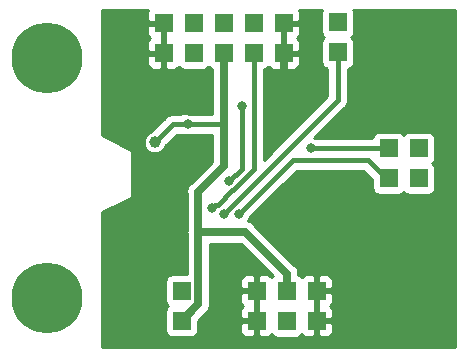
<source format=gbr>
%TF.GenerationSoftware,KiCad,Pcbnew,6.0.11+dfsg-1~bpo11+1*%
%TF.CreationDate,2023-05-26T10:03:09+00:00*%
%TF.ProjectId,LIGHTNING01,4c494748-544e-4494-9e47-30312e6b6963,01A*%
%TF.SameCoordinates,Original*%
%TF.FileFunction,Copper,L1,Top*%
%TF.FilePolarity,Positive*%
%FSLAX46Y46*%
G04 Gerber Fmt 4.6, Leading zero omitted, Abs format (unit mm)*
G04 Created by KiCad (PCBNEW 6.0.11+dfsg-1~bpo11+1) date 2023-05-26 10:03:09*
%MOMM*%
%LPD*%
G01*
G04 APERTURE LIST*
%TA.AperFunction,ComponentPad*%
%ADD10C,6.000000*%
%TD*%
%TA.AperFunction,ComponentPad*%
%ADD11R,1.524000X1.524000*%
%TD*%
%TA.AperFunction,ViaPad*%
%ADD12C,1.000000*%
%TD*%
%TA.AperFunction,ViaPad*%
%ADD13C,0.800000*%
%TD*%
%TA.AperFunction,Conductor*%
%ADD14C,0.700000*%
%TD*%
%TA.AperFunction,Conductor*%
%ADD15C,0.450000*%
%TD*%
%TA.AperFunction,Conductor*%
%ADD16C,0.254000*%
%TD*%
G04 APERTURE END LIST*
D10*
%TO.P,M3,1*%
%TO.N,GND*%
X35560000Y5080000D03*
%TD*%
%TO.P,M1,1*%
%TO.N,GND*%
X5080000Y25400000D03*
%TD*%
%TO.P,M2,1*%
%TO.N,GND*%
X5080000Y5080000D03*
%TD*%
%TO.P,M4,1*%
%TO.N,GND*%
X35560000Y25400000D03*
%TD*%
D11*
%TO.P,J1,1*%
%TO.N,/ADR0*%
X16510000Y5715000D03*
%TO.P,J1,2*%
%TO.N,VCC*%
X16510000Y3175000D03*
%TD*%
%TO.P,J3,1*%
%TO.N,/MISO*%
X29718000Y28448000D03*
%TO.P,J3,2*%
X29718000Y25908000D03*
%TD*%
%TO.P,J4,1*%
%TO.N,/SDA_MOSI*%
X22606000Y28391327D03*
%TO.P,J4,2*%
X22606000Y25851327D03*
%TD*%
%TO.P,J5,1*%
%TO.N,/SCL*%
X17526000Y28391327D03*
%TO.P,J5,2*%
X17526000Y25851327D03*
%TD*%
%TO.P,J6,1*%
%TO.N,/IRQ*%
X34036000Y15240000D03*
%TO.P,J6,2*%
X36576000Y15240000D03*
%TD*%
%TO.P,J10,1*%
%TO.N,GND*%
X27940000Y5715000D03*
%TO.P,J10,2*%
X27940000Y3175000D03*
%TO.P,J10,3*%
%TO.N,VCC*%
X25400000Y5715000D03*
%TO.P,J10,4*%
X25400000Y3175000D03*
%TO.P,J10,5*%
%TO.N,GND*%
X22860000Y5715000D03*
%TO.P,J10,6*%
X22860000Y3175000D03*
%TD*%
%TO.P,J8,1*%
%TO.N,GND*%
X25146000Y25851327D03*
%TO.P,J8,2*%
X25146000Y28391327D03*
%TD*%
%TO.P,J7,1*%
%TO.N,VCC*%
X20066000Y25851327D03*
%TO.P,J7,2*%
X20066000Y28391327D03*
%TD*%
%TO.P,J9,1*%
%TO.N,GND*%
X14986000Y25851327D03*
%TO.P,J9,2*%
X14986000Y28391327D03*
%TD*%
%TO.P,J2,1*%
%TO.N,/CS*%
X34036000Y17780000D03*
%TO.P,J2,2*%
X36576000Y17780000D03*
%TD*%
D12*
%TO.N,GND*%
X10414000Y1524000D03*
X18542000Y1524000D03*
X10414000Y4064000D03*
X24384000Y20574000D03*
D13*
X17272000Y16510000D03*
D12*
X11176000Y21844000D03*
X12700000Y17780000D03*
X33274000Y11430000D03*
X34544000Y20320000D03*
X36322000Y20320000D03*
X28194000Y13716000D03*
X10668000Y24638000D03*
X16962773Y21566673D03*
X18542000Y2794000D03*
X10668000Y28448000D03*
D13*
X16510000Y15748000D03*
D12*
X25908000Y23622000D03*
X30734000Y7366000D03*
X12827000Y14097000D03*
X11430000Y19812000D03*
X10668000Y26670000D03*
X12700000Y28448000D03*
X11938000Y23114000D03*
D13*
X15748000Y16510000D03*
D12*
X28194000Y8636000D03*
D13*
X15748000Y15049500D03*
D12*
%TO.N,VCC*%
X14224000Y18288000D03*
D13*
X17018000Y19812000D03*
%TO.N,/SCL*%
X21590000Y21336000D03*
X20493984Y14986000D03*
%TO.N,/CS*%
X27432000Y17780000D03*
%TO.N,/MISO*%
X20066000Y12192000D03*
%TO.N,/IRQ*%
X21336000Y12192000D03*
%TO.N,/SDA_MOSI*%
X19050000Y12700000D03*
%TD*%
D14*
%TO.N,GND*%
X11176000Y21844000D02*
X11176000Y20066000D01*
X15748000Y15049500D02*
X15748000Y9398000D01*
X12700000Y28448000D02*
X10668000Y28448000D01*
X15748000Y9398000D02*
X10414000Y4064000D01*
X10668000Y24638000D02*
X10668000Y24384000D01*
X25146000Y25851327D02*
X25146000Y21336000D01*
X35560000Y25400000D02*
X32560001Y22400001D01*
X32560001Y22400001D02*
X32560001Y22303999D01*
X10414000Y1524000D02*
X18542000Y1524000D01*
X10668000Y26670000D02*
X10668000Y24638000D01*
X35560000Y9322640D02*
X33452640Y11430000D01*
X33452640Y11430000D02*
X33274000Y11430000D01*
X35560000Y5080000D02*
X35560000Y9322640D01*
X11176000Y20066000D02*
X11430000Y19812000D01*
X25146000Y21336000D02*
X24384000Y20574000D01*
X29464000Y7366000D02*
X28194000Y8636000D01*
X32560001Y22303999D02*
X34544000Y20320000D01*
X10668000Y24384000D02*
X11938000Y23114000D01*
X16510000Y15748000D02*
X15748000Y16510000D01*
X16510000Y15748000D02*
X16510000Y16002000D01*
X30734000Y7366000D02*
X29464000Y7366000D01*
%TO.N,VCC*%
X25400000Y5715000D02*
X25400000Y7177000D01*
D15*
X17018000Y19812000D02*
X16764000Y19812000D01*
D14*
X17922001Y10668000D02*
X17922001Y4587001D01*
X20066000Y19812000D02*
X20066000Y25851327D01*
X17922001Y14112001D02*
X20066000Y16256000D01*
D15*
X16764000Y19812000D02*
X15748000Y19812000D01*
X15748000Y19812000D02*
X14224000Y18288000D01*
D14*
X21909000Y10668000D02*
X17922001Y10668000D01*
X20066000Y18542000D02*
X20066000Y19812000D01*
X17922001Y10668000D02*
X17922001Y14112001D01*
X25400000Y7177000D02*
X21909000Y10668000D01*
X20066000Y16256000D02*
X20066000Y18542000D01*
X17922001Y4587001D02*
X16510000Y3175000D01*
D15*
X20066000Y19812000D02*
X17018000Y19812000D01*
%TO.N,/SCL*%
X20493984Y14986000D02*
X21590000Y16002000D01*
X21590000Y21336000D02*
X21590000Y16002000D01*
%TO.N,/CS*%
X27432000Y17780000D02*
X34036000Y17780000D01*
%TO.N,/MISO*%
X29718000Y25908000D02*
X29718000Y21844000D01*
X29718000Y21844000D02*
X20066000Y12192000D01*
%TO.N,/IRQ*%
X25908000Y16764000D02*
X24384000Y15240000D01*
X24384000Y15240000D02*
X21336000Y12192000D01*
X33782000Y15240000D02*
X32258000Y16764000D01*
X32258000Y16764000D02*
X25908000Y16764000D01*
X34036000Y15240000D02*
X33782000Y15240000D01*
%TO.N,/SDA_MOSI*%
X20828000Y14224000D02*
X22606000Y16002000D01*
X19587001Y12999999D02*
X20811002Y14224000D01*
X19050000Y12700000D02*
X19349999Y12999999D01*
X22606000Y16002000D02*
X22606000Y25851327D01*
X19349999Y12999999D02*
X19587001Y12999999D01*
X20811002Y14224000D02*
X20828000Y14224000D01*
%TD*%
%TO.N,GND*%
D16*
X13685673Y29513025D02*
X13589000Y29279636D01*
X13589000Y28677077D01*
X13747750Y28518327D01*
X14859000Y28518327D01*
X14859000Y28538327D01*
X15113000Y28538327D01*
X15113000Y28518327D01*
X15133000Y28518327D01*
X15133000Y28264327D01*
X15113000Y28264327D01*
X15113000Y27153077D01*
X15144750Y27121327D01*
X15113000Y27089577D01*
X15113000Y25978327D01*
X15133000Y25978327D01*
X15133000Y25724327D01*
X15113000Y25724327D01*
X15113000Y24613077D01*
X15271750Y24454327D01*
X15874310Y24454327D01*
X16107699Y24551000D01*
X16258937Y24702239D01*
X16306191Y24631518D01*
X16516235Y24491170D01*
X16764000Y24441887D01*
X18288000Y24441887D01*
X18535765Y24491170D01*
X18745809Y24631518D01*
X18796000Y24706634D01*
X18846191Y24631518D01*
X19056235Y24491170D01*
X19081001Y24486244D01*
X19081000Y20672000D01*
X17131049Y20672000D01*
X16949983Y20747000D01*
X16578017Y20747000D01*
X16396951Y20672000D01*
X15832695Y20672000D01*
X15747999Y20688847D01*
X15663303Y20672000D01*
X15663299Y20672000D01*
X15412445Y20622102D01*
X15412443Y20622101D01*
X15412444Y20622101D01*
X15199780Y20480004D01*
X15199779Y20480003D01*
X15127975Y20432025D01*
X15079997Y20360221D01*
X13875432Y19155655D01*
X13694365Y19080655D01*
X13431345Y18817635D01*
X13289000Y18473983D01*
X13289000Y18102017D01*
X13431345Y17758365D01*
X13694365Y17495345D01*
X14038017Y17353000D01*
X14409983Y17353000D01*
X14753635Y17495345D01*
X15016655Y17758365D01*
X15091655Y17939432D01*
X16104224Y18952000D01*
X16396951Y18952000D01*
X16578017Y18877000D01*
X16949983Y18877000D01*
X17131049Y18952000D01*
X19081000Y18952000D01*
X19081000Y18444989D01*
X19081001Y18444984D01*
X19081000Y16664000D01*
X17294097Y14877097D01*
X17211857Y14822146D01*
X17156906Y14739906D01*
X17156903Y14739903D01*
X16994152Y14496328D01*
X16917705Y14112001D01*
X16937002Y14014988D01*
X16937001Y10765012D01*
X16917704Y10668000D01*
X16937001Y10570989D01*
X16937002Y7124440D01*
X15748000Y7124440D01*
X15500235Y7075157D01*
X15290191Y6934809D01*
X15149843Y6724765D01*
X15100560Y6477000D01*
X15100560Y4953000D01*
X15149843Y4705235D01*
X15290191Y4495191D01*
X15365307Y4445000D01*
X15290191Y4394809D01*
X15149843Y4184765D01*
X15100560Y3937000D01*
X15100560Y2413000D01*
X15149843Y2165235D01*
X15290191Y1955191D01*
X15500235Y1814843D01*
X15748000Y1765560D01*
X17272000Y1765560D01*
X17519765Y1814843D01*
X17729809Y1955191D01*
X17870157Y2165235D01*
X17919440Y2413000D01*
X17919440Y2889250D01*
X21463000Y2889250D01*
X21463000Y2286691D01*
X21559673Y2053302D01*
X21738301Y1874673D01*
X21971690Y1778000D01*
X22574250Y1778000D01*
X22733000Y1936750D01*
X22733000Y3048000D01*
X21621750Y3048000D01*
X21463000Y2889250D01*
X17919440Y2889250D01*
X17919440Y3191439D01*
X18549906Y3821905D01*
X18632146Y3876856D01*
X18687097Y3959096D01*
X18687099Y3959098D01*
X18849850Y4202673D01*
X18868553Y4296698D01*
X18907001Y4489989D01*
X18907001Y4489993D01*
X18926297Y4587001D01*
X18907001Y4684009D01*
X18907001Y5429250D01*
X21463000Y5429250D01*
X21463000Y4826691D01*
X21559673Y4593302D01*
X21707974Y4445000D01*
X21559673Y4296698D01*
X21463000Y4063309D01*
X21463000Y3460750D01*
X21621750Y3302000D01*
X22733000Y3302000D01*
X22733000Y4413250D01*
X22701250Y4445000D01*
X22733000Y4476750D01*
X22733000Y5588000D01*
X21621750Y5588000D01*
X21463000Y5429250D01*
X18907001Y5429250D01*
X18907001Y6603309D01*
X21463000Y6603309D01*
X21463000Y6000750D01*
X21621750Y5842000D01*
X22733000Y5842000D01*
X22733000Y6953250D01*
X22574250Y7112000D01*
X21971690Y7112000D01*
X21738301Y7015327D01*
X21559673Y6836698D01*
X21463000Y6603309D01*
X18907001Y6603309D01*
X18907001Y9683000D01*
X21501000Y9683000D01*
X24221553Y6962446D01*
X24180191Y6934809D01*
X24132937Y6864088D01*
X23981699Y7015327D01*
X23748310Y7112000D01*
X23145750Y7112000D01*
X22987000Y6953250D01*
X22987000Y5842000D01*
X23007000Y5842000D01*
X23007000Y5588000D01*
X22987000Y5588000D01*
X22987000Y4476750D01*
X23018750Y4445000D01*
X22987000Y4413250D01*
X22987000Y3302000D01*
X23007000Y3302000D01*
X23007000Y3048000D01*
X22987000Y3048000D01*
X22987000Y1936750D01*
X23145750Y1778000D01*
X23748310Y1778000D01*
X23981699Y1874673D01*
X24132937Y2025912D01*
X24180191Y1955191D01*
X24390235Y1814843D01*
X24638000Y1765560D01*
X26162000Y1765560D01*
X26409765Y1814843D01*
X26619809Y1955191D01*
X26667063Y2025912D01*
X26818301Y1874673D01*
X27051690Y1778000D01*
X27654250Y1778000D01*
X27813000Y1936750D01*
X27813000Y3048000D01*
X28067000Y3048000D01*
X28067000Y1936750D01*
X28225750Y1778000D01*
X28828310Y1778000D01*
X29061699Y1874673D01*
X29240327Y2053302D01*
X29337000Y2286691D01*
X29337000Y2889250D01*
X29178250Y3048000D01*
X28067000Y3048000D01*
X27813000Y3048000D01*
X27793000Y3048000D01*
X27793000Y3302000D01*
X27813000Y3302000D01*
X27813000Y4413250D01*
X27781250Y4445000D01*
X27813000Y4476750D01*
X27813000Y5588000D01*
X28067000Y5588000D01*
X28067000Y4476750D01*
X28098750Y4445000D01*
X28067000Y4413250D01*
X28067000Y3302000D01*
X29178250Y3302000D01*
X29337000Y3460750D01*
X29337000Y4063309D01*
X29240327Y4296698D01*
X29092026Y4445000D01*
X29240327Y4593302D01*
X29337000Y4826691D01*
X29337000Y5429250D01*
X29178250Y5588000D01*
X28067000Y5588000D01*
X27813000Y5588000D01*
X27793000Y5588000D01*
X27793000Y5842000D01*
X27813000Y5842000D01*
X27813000Y6953250D01*
X28067000Y6953250D01*
X28067000Y5842000D01*
X29178250Y5842000D01*
X29337000Y6000750D01*
X29337000Y6603309D01*
X29240327Y6836698D01*
X29061699Y7015327D01*
X28828310Y7112000D01*
X28225750Y7112000D01*
X28067000Y6953250D01*
X27813000Y6953250D01*
X27654250Y7112000D01*
X27051690Y7112000D01*
X26818301Y7015327D01*
X26667063Y6864088D01*
X26619809Y6934809D01*
X26409765Y7075157D01*
X26385018Y7080079D01*
X26404297Y7177000D01*
X26327849Y7561328D01*
X26165098Y7804903D01*
X26165096Y7804905D01*
X26110145Y7887145D01*
X26027905Y7942096D01*
X22674098Y11295902D01*
X22619145Y11378145D01*
X22293328Y11595849D01*
X22100496Y11634206D01*
X22128655Y11662365D01*
X22203655Y11843432D01*
X25052004Y14691780D01*
X25052006Y14691783D01*
X26264224Y15904000D01*
X31901777Y15904000D01*
X32626560Y15179216D01*
X32626560Y14478000D01*
X32675843Y14230235D01*
X32816191Y14020191D01*
X33026235Y13879843D01*
X33274000Y13830560D01*
X34798000Y13830560D01*
X35045765Y13879843D01*
X35255809Y14020191D01*
X35306000Y14095307D01*
X35356191Y14020191D01*
X35566235Y13879843D01*
X35814000Y13830560D01*
X37338000Y13830560D01*
X37585765Y13879843D01*
X37795809Y14020191D01*
X37936157Y14230235D01*
X37985440Y14478000D01*
X37985440Y16002000D01*
X37936157Y16249765D01*
X37795809Y16459809D01*
X37720693Y16510000D01*
X37795809Y16560191D01*
X37936157Y16770235D01*
X37985440Y17018000D01*
X37985440Y18542000D01*
X37936157Y18789765D01*
X37795809Y18999809D01*
X37585765Y19140157D01*
X37338000Y19189440D01*
X35814000Y19189440D01*
X35566235Y19140157D01*
X35356191Y18999809D01*
X35306000Y18924693D01*
X35255809Y18999809D01*
X35045765Y19140157D01*
X34798000Y19189440D01*
X33274000Y19189440D01*
X33026235Y19140157D01*
X32816191Y18999809D01*
X32675843Y18789765D01*
X32646053Y18640000D01*
X27799049Y18640000D01*
X27750382Y18660159D01*
X30266221Y21175997D01*
X30338025Y21223975D01*
X30528102Y21508445D01*
X30578000Y21759299D01*
X30578000Y21759303D01*
X30594847Y21843999D01*
X30578000Y21928695D01*
X30578000Y24518053D01*
X30727765Y24547843D01*
X30937809Y24688191D01*
X31078157Y24898235D01*
X31127440Y25146000D01*
X31127440Y26670000D01*
X31078157Y26917765D01*
X30937809Y27127809D01*
X30862693Y27178000D01*
X30937809Y27228191D01*
X31078157Y27438235D01*
X31127440Y27686000D01*
X31127440Y29210000D01*
X31078157Y29457765D01*
X31039245Y29516000D01*
X39676001Y29516000D01*
X39676000Y964000D01*
X9779000Y964000D01*
X9779000Y12367510D01*
X12248796Y13602408D01*
X12281803Y13626197D01*
X12309333Y13667399D01*
X12319000Y13716000D01*
X12319000Y17526000D01*
X12312483Y17566161D01*
X12287943Y17609211D01*
X12248796Y17639592D01*
X9779000Y18874490D01*
X9779000Y25565577D01*
X13589000Y25565577D01*
X13589000Y24963018D01*
X13685673Y24729629D01*
X13864301Y24551000D01*
X14097690Y24454327D01*
X14700250Y24454327D01*
X14859000Y24613077D01*
X14859000Y25724327D01*
X13747750Y25724327D01*
X13589000Y25565577D01*
X9779000Y25565577D01*
X9779000Y28105577D01*
X13589000Y28105577D01*
X13589000Y27503018D01*
X13685673Y27269629D01*
X13833974Y27121327D01*
X13685673Y26973025D01*
X13589000Y26739636D01*
X13589000Y26137077D01*
X13747750Y25978327D01*
X14859000Y25978327D01*
X14859000Y27089577D01*
X14827250Y27121327D01*
X14859000Y27153077D01*
X14859000Y28264327D01*
X13747750Y28264327D01*
X13589000Y28105577D01*
X9779000Y28105577D01*
X9779000Y29516000D01*
X13688648Y29516000D01*
X13685673Y29513025D01*
X13685673Y29513025D02*
X13688648Y29516000D01*
%TA.AperFunction,Conductor*%
G36*
X13685673Y29513025D02*
G01*
X13589000Y29279636D01*
X13589000Y28677077D01*
X13747750Y28518327D01*
X14859000Y28518327D01*
X14859000Y28538327D01*
X15113000Y28538327D01*
X15113000Y28518327D01*
X15133000Y28518327D01*
X15133000Y28264327D01*
X15113000Y28264327D01*
X15113000Y27153077D01*
X15144750Y27121327D01*
X15113000Y27089577D01*
X15113000Y25978327D01*
X15133000Y25978327D01*
X15133000Y25724327D01*
X15113000Y25724327D01*
X15113000Y24613077D01*
X15271750Y24454327D01*
X15874310Y24454327D01*
X16107699Y24551000D01*
X16258937Y24702239D01*
X16306191Y24631518D01*
X16516235Y24491170D01*
X16764000Y24441887D01*
X18288000Y24441887D01*
X18535765Y24491170D01*
X18745809Y24631518D01*
X18796000Y24706634D01*
X18846191Y24631518D01*
X19056235Y24491170D01*
X19081001Y24486244D01*
X19081000Y20672000D01*
X17131049Y20672000D01*
X16949983Y20747000D01*
X16578017Y20747000D01*
X16396951Y20672000D01*
X15832695Y20672000D01*
X15747999Y20688847D01*
X15663303Y20672000D01*
X15663299Y20672000D01*
X15412445Y20622102D01*
X15412443Y20622101D01*
X15412444Y20622101D01*
X15199780Y20480004D01*
X15199779Y20480003D01*
X15127975Y20432025D01*
X15079997Y20360221D01*
X13875432Y19155655D01*
X13694365Y19080655D01*
X13431345Y18817635D01*
X13289000Y18473983D01*
X13289000Y18102017D01*
X13431345Y17758365D01*
X13694365Y17495345D01*
X14038017Y17353000D01*
X14409983Y17353000D01*
X14753635Y17495345D01*
X15016655Y17758365D01*
X15091655Y17939432D01*
X16104224Y18952000D01*
X16396951Y18952000D01*
X16578017Y18877000D01*
X16949983Y18877000D01*
X17131049Y18952000D01*
X19081000Y18952000D01*
X19081000Y18444989D01*
X19081001Y18444984D01*
X19081000Y16664000D01*
X17294097Y14877097D01*
X17211857Y14822146D01*
X17156906Y14739906D01*
X17156903Y14739903D01*
X16994152Y14496328D01*
X16917705Y14112001D01*
X16937002Y14014988D01*
X16937001Y10765012D01*
X16917704Y10668000D01*
X16937001Y10570989D01*
X16937002Y7124440D01*
X15748000Y7124440D01*
X15500235Y7075157D01*
X15290191Y6934809D01*
X15149843Y6724765D01*
X15100560Y6477000D01*
X15100560Y4953000D01*
X15149843Y4705235D01*
X15290191Y4495191D01*
X15365307Y4445000D01*
X15290191Y4394809D01*
X15149843Y4184765D01*
X15100560Y3937000D01*
X15100560Y2413000D01*
X15149843Y2165235D01*
X15290191Y1955191D01*
X15500235Y1814843D01*
X15748000Y1765560D01*
X17272000Y1765560D01*
X17519765Y1814843D01*
X17729809Y1955191D01*
X17870157Y2165235D01*
X17919440Y2413000D01*
X17919440Y2889250D01*
X21463000Y2889250D01*
X21463000Y2286691D01*
X21559673Y2053302D01*
X21738301Y1874673D01*
X21971690Y1778000D01*
X22574250Y1778000D01*
X22733000Y1936750D01*
X22733000Y3048000D01*
X21621750Y3048000D01*
X21463000Y2889250D01*
X17919440Y2889250D01*
X17919440Y3191439D01*
X18549906Y3821905D01*
X18632146Y3876856D01*
X18687097Y3959096D01*
X18687099Y3959098D01*
X18849850Y4202673D01*
X18868553Y4296698D01*
X18907001Y4489989D01*
X18907001Y4489993D01*
X18926297Y4587001D01*
X18907001Y4684009D01*
X18907001Y5429250D01*
X21463000Y5429250D01*
X21463000Y4826691D01*
X21559673Y4593302D01*
X21707974Y4445000D01*
X21559673Y4296698D01*
X21463000Y4063309D01*
X21463000Y3460750D01*
X21621750Y3302000D01*
X22733000Y3302000D01*
X22733000Y4413250D01*
X22701250Y4445000D01*
X22733000Y4476750D01*
X22733000Y5588000D01*
X21621750Y5588000D01*
X21463000Y5429250D01*
X18907001Y5429250D01*
X18907001Y6603309D01*
X21463000Y6603309D01*
X21463000Y6000750D01*
X21621750Y5842000D01*
X22733000Y5842000D01*
X22733000Y6953250D01*
X22574250Y7112000D01*
X21971690Y7112000D01*
X21738301Y7015327D01*
X21559673Y6836698D01*
X21463000Y6603309D01*
X18907001Y6603309D01*
X18907001Y9683000D01*
X21501000Y9683000D01*
X24221553Y6962446D01*
X24180191Y6934809D01*
X24132937Y6864088D01*
X23981699Y7015327D01*
X23748310Y7112000D01*
X23145750Y7112000D01*
X22987000Y6953250D01*
X22987000Y5842000D01*
X23007000Y5842000D01*
X23007000Y5588000D01*
X22987000Y5588000D01*
X22987000Y4476750D01*
X23018750Y4445000D01*
X22987000Y4413250D01*
X22987000Y3302000D01*
X23007000Y3302000D01*
X23007000Y3048000D01*
X22987000Y3048000D01*
X22987000Y1936750D01*
X23145750Y1778000D01*
X23748310Y1778000D01*
X23981699Y1874673D01*
X24132937Y2025912D01*
X24180191Y1955191D01*
X24390235Y1814843D01*
X24638000Y1765560D01*
X26162000Y1765560D01*
X26409765Y1814843D01*
X26619809Y1955191D01*
X26667063Y2025912D01*
X26818301Y1874673D01*
X27051690Y1778000D01*
X27654250Y1778000D01*
X27813000Y1936750D01*
X27813000Y3048000D01*
X28067000Y3048000D01*
X28067000Y1936750D01*
X28225750Y1778000D01*
X28828310Y1778000D01*
X29061699Y1874673D01*
X29240327Y2053302D01*
X29337000Y2286691D01*
X29337000Y2889250D01*
X29178250Y3048000D01*
X28067000Y3048000D01*
X27813000Y3048000D01*
X27793000Y3048000D01*
X27793000Y3302000D01*
X27813000Y3302000D01*
X27813000Y4413250D01*
X27781250Y4445000D01*
X27813000Y4476750D01*
X27813000Y5588000D01*
X28067000Y5588000D01*
X28067000Y4476750D01*
X28098750Y4445000D01*
X28067000Y4413250D01*
X28067000Y3302000D01*
X29178250Y3302000D01*
X29337000Y3460750D01*
X29337000Y4063309D01*
X29240327Y4296698D01*
X29092026Y4445000D01*
X29240327Y4593302D01*
X29337000Y4826691D01*
X29337000Y5429250D01*
X29178250Y5588000D01*
X28067000Y5588000D01*
X27813000Y5588000D01*
X27793000Y5588000D01*
X27793000Y5842000D01*
X27813000Y5842000D01*
X27813000Y6953250D01*
X28067000Y6953250D01*
X28067000Y5842000D01*
X29178250Y5842000D01*
X29337000Y6000750D01*
X29337000Y6603309D01*
X29240327Y6836698D01*
X29061699Y7015327D01*
X28828310Y7112000D01*
X28225750Y7112000D01*
X28067000Y6953250D01*
X27813000Y6953250D01*
X27654250Y7112000D01*
X27051690Y7112000D01*
X26818301Y7015327D01*
X26667063Y6864088D01*
X26619809Y6934809D01*
X26409765Y7075157D01*
X26385018Y7080079D01*
X26404297Y7177000D01*
X26327849Y7561328D01*
X26165098Y7804903D01*
X26165096Y7804905D01*
X26110145Y7887145D01*
X26027905Y7942096D01*
X22674098Y11295902D01*
X22619145Y11378145D01*
X22293328Y11595849D01*
X22100496Y11634206D01*
X22128655Y11662365D01*
X22203655Y11843432D01*
X25052004Y14691780D01*
X25052006Y14691783D01*
X26264224Y15904000D01*
X31901777Y15904000D01*
X32626560Y15179216D01*
X32626560Y14478000D01*
X32675843Y14230235D01*
X32816191Y14020191D01*
X33026235Y13879843D01*
X33274000Y13830560D01*
X34798000Y13830560D01*
X35045765Y13879843D01*
X35255809Y14020191D01*
X35306000Y14095307D01*
X35356191Y14020191D01*
X35566235Y13879843D01*
X35814000Y13830560D01*
X37338000Y13830560D01*
X37585765Y13879843D01*
X37795809Y14020191D01*
X37936157Y14230235D01*
X37985440Y14478000D01*
X37985440Y16002000D01*
X37936157Y16249765D01*
X37795809Y16459809D01*
X37720693Y16510000D01*
X37795809Y16560191D01*
X37936157Y16770235D01*
X37985440Y17018000D01*
X37985440Y18542000D01*
X37936157Y18789765D01*
X37795809Y18999809D01*
X37585765Y19140157D01*
X37338000Y19189440D01*
X35814000Y19189440D01*
X35566235Y19140157D01*
X35356191Y18999809D01*
X35306000Y18924693D01*
X35255809Y18999809D01*
X35045765Y19140157D01*
X34798000Y19189440D01*
X33274000Y19189440D01*
X33026235Y19140157D01*
X32816191Y18999809D01*
X32675843Y18789765D01*
X32646053Y18640000D01*
X27799049Y18640000D01*
X27750382Y18660159D01*
X30266221Y21175997D01*
X30338025Y21223975D01*
X30528102Y21508445D01*
X30578000Y21759299D01*
X30578000Y21759303D01*
X30594847Y21843999D01*
X30578000Y21928695D01*
X30578000Y24518053D01*
X30727765Y24547843D01*
X30937809Y24688191D01*
X31078157Y24898235D01*
X31127440Y25146000D01*
X31127440Y26670000D01*
X31078157Y26917765D01*
X30937809Y27127809D01*
X30862693Y27178000D01*
X30937809Y27228191D01*
X31078157Y27438235D01*
X31127440Y27686000D01*
X31127440Y29210000D01*
X31078157Y29457765D01*
X31039245Y29516000D01*
X39676001Y29516000D01*
X39676000Y964000D01*
X9779000Y964000D01*
X9779000Y12367510D01*
X12248796Y13602408D01*
X12281803Y13626197D01*
X12309333Y13667399D01*
X12319000Y13716000D01*
X12319000Y17526000D01*
X12312483Y17566161D01*
X12287943Y17609211D01*
X12248796Y17639592D01*
X9779000Y18874490D01*
X9779000Y25565577D01*
X13589000Y25565577D01*
X13589000Y24963018D01*
X13685673Y24729629D01*
X13864301Y24551000D01*
X14097690Y24454327D01*
X14700250Y24454327D01*
X14859000Y24613077D01*
X14859000Y25724327D01*
X13747750Y25724327D01*
X13589000Y25565577D01*
X9779000Y25565577D01*
X9779000Y28105577D01*
X13589000Y28105577D01*
X13589000Y27503018D01*
X13685673Y27269629D01*
X13833974Y27121327D01*
X13685673Y26973025D01*
X13589000Y26739636D01*
X13589000Y26137077D01*
X13747750Y25978327D01*
X14859000Y25978327D01*
X14859000Y27089577D01*
X14827250Y27121327D01*
X14859000Y27153077D01*
X14859000Y28264327D01*
X13747750Y28264327D01*
X13589000Y28105577D01*
X9779000Y28105577D01*
X9779000Y29516000D01*
X13688648Y29516000D01*
X13685673Y29513025D01*
G37*
%TD.AperFunction*%
X28357843Y29457765D02*
X28308560Y29210000D01*
X28308560Y27686000D01*
X28357843Y27438235D01*
X28498191Y27228191D01*
X28573307Y27178000D01*
X28498191Y27127809D01*
X28357843Y26917765D01*
X28308560Y26670000D01*
X28308560Y25146000D01*
X28357843Y24898235D01*
X28498191Y24688191D01*
X28708235Y24547843D01*
X28858000Y24518053D01*
X28858001Y22200225D01*
X23466000Y16808223D01*
X23466000Y24461380D01*
X23615765Y24491170D01*
X23825809Y24631518D01*
X23873063Y24702239D01*
X24024301Y24551000D01*
X24257690Y24454327D01*
X24860250Y24454327D01*
X25019000Y24613077D01*
X25019000Y25724327D01*
X25273000Y25724327D01*
X25273000Y24613077D01*
X25431750Y24454327D01*
X26034310Y24454327D01*
X26267699Y24551000D01*
X26446327Y24729629D01*
X26543000Y24963018D01*
X26543000Y25565577D01*
X26384250Y25724327D01*
X25273000Y25724327D01*
X25019000Y25724327D01*
X24999000Y25724327D01*
X24999000Y25978327D01*
X25019000Y25978327D01*
X25019000Y27089577D01*
X24987250Y27121327D01*
X25019000Y27153077D01*
X25019000Y28264327D01*
X25273000Y28264327D01*
X25273000Y27153077D01*
X25304750Y27121327D01*
X25273000Y27089577D01*
X25273000Y25978327D01*
X26384250Y25978327D01*
X26543000Y26137077D01*
X26543000Y26739636D01*
X26446327Y26973025D01*
X26298026Y27121327D01*
X26446327Y27269629D01*
X26543000Y27503018D01*
X26543000Y28105577D01*
X26384250Y28264327D01*
X25273000Y28264327D01*
X25019000Y28264327D01*
X24999000Y28264327D01*
X24999000Y28518327D01*
X25019000Y28518327D01*
X25019000Y28538327D01*
X25273000Y28538327D01*
X25273000Y28518327D01*
X26384250Y28518327D01*
X26543000Y28677077D01*
X26543000Y29279636D01*
X26446327Y29513025D01*
X26443352Y29516000D01*
X28396755Y29516000D01*
X28357843Y29457765D01*
X28357843Y29457765D02*
X28396755Y29516000D01*
%TA.AperFunction,Conductor*%
G36*
X28357843Y29457765D02*
G01*
X28308560Y29210000D01*
X28308560Y27686000D01*
X28357843Y27438235D01*
X28498191Y27228191D01*
X28573307Y27178000D01*
X28498191Y27127809D01*
X28357843Y26917765D01*
X28308560Y26670000D01*
X28308560Y25146000D01*
X28357843Y24898235D01*
X28498191Y24688191D01*
X28708235Y24547843D01*
X28858000Y24518053D01*
X28858001Y22200225D01*
X23466000Y16808223D01*
X23466000Y24461380D01*
X23615765Y24491170D01*
X23825809Y24631518D01*
X23873063Y24702239D01*
X24024301Y24551000D01*
X24257690Y24454327D01*
X24860250Y24454327D01*
X25019000Y24613077D01*
X25019000Y25724327D01*
X25273000Y25724327D01*
X25273000Y24613077D01*
X25431750Y24454327D01*
X26034310Y24454327D01*
X26267699Y24551000D01*
X26446327Y24729629D01*
X26543000Y24963018D01*
X26543000Y25565577D01*
X26384250Y25724327D01*
X25273000Y25724327D01*
X25019000Y25724327D01*
X24999000Y25724327D01*
X24999000Y25978327D01*
X25019000Y25978327D01*
X25019000Y27089577D01*
X24987250Y27121327D01*
X25019000Y27153077D01*
X25019000Y28264327D01*
X25273000Y28264327D01*
X25273000Y27153077D01*
X25304750Y27121327D01*
X25273000Y27089577D01*
X25273000Y25978327D01*
X26384250Y25978327D01*
X26543000Y26137077D01*
X26543000Y26739636D01*
X26446327Y26973025D01*
X26298026Y27121327D01*
X26446327Y27269629D01*
X26543000Y27503018D01*
X26543000Y28105577D01*
X26384250Y28264327D01*
X25273000Y28264327D01*
X25019000Y28264327D01*
X24999000Y28264327D01*
X24999000Y28518327D01*
X25019000Y28518327D01*
X25019000Y28538327D01*
X25273000Y28538327D01*
X25273000Y28518327D01*
X26384250Y28518327D01*
X26543000Y28677077D01*
X26543000Y29279636D01*
X26446327Y29513025D01*
X26443352Y29516000D01*
X28396755Y29516000D01*
X28357843Y29457765D01*
G37*
%TD.AperFunction*%
%TD*%
M02*

</source>
